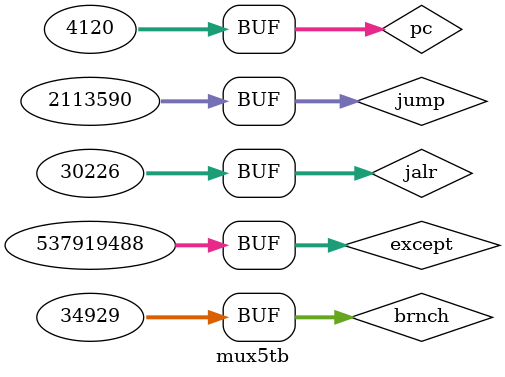
<source format=v>
module mux5tb;

reg [31:0] pc, jalr, brnch, jump, except;
wire [31:0] res;

mux5 mux5test(pc, jalr, branch, jump, except, res);

initial begin
	$monitor($time, ": pc = %h, jalr = %h, branch = %h, jump = %h, except = %h, result = %h", pc, jalr, brnch, jump, except, res);
	pc = 32'h00001000;
	jalr = 32'h10293034;
	brnch = 32'h00000045;
	jump = 32'h00000016;
	except = 32'h00000000;
	#10;
	pc = 32'h00001018;
	jalr = 32'h00007612;
	brnch = 32'h00008871;
	jump = 32'h00204036;
	except = 32'h20100000;
end

endmodule
</source>
